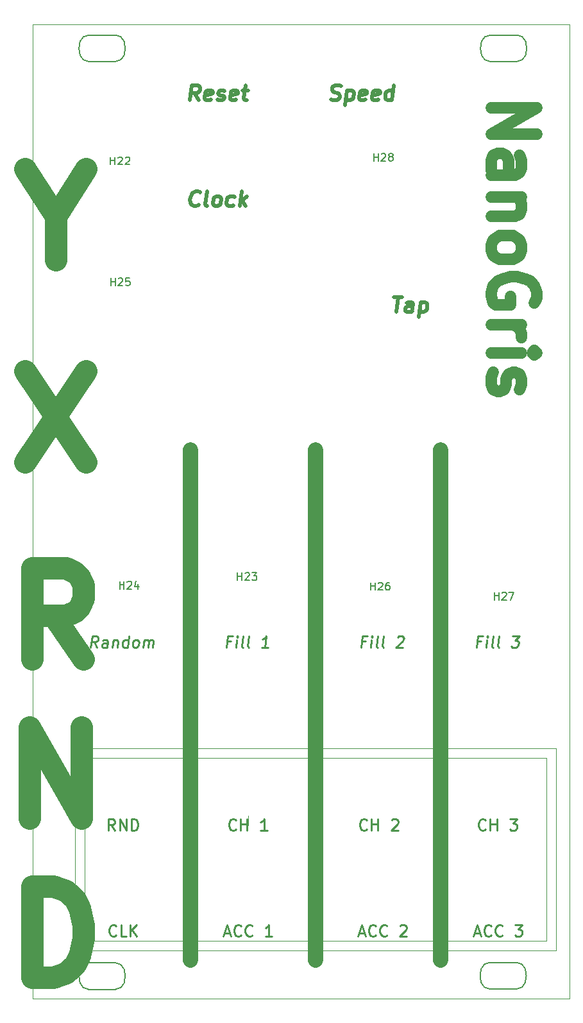
<source format=gbr>
G04 #@! TF.GenerationSoftware,KiCad,Pcbnew,(5.1.6)-1*
G04 #@! TF.CreationDate,2021-08-06T14:06:35+02:00*
G04 #@! TF.ProjectId,Panel Clean,50616e65-6c20-4436-9c65-616e2e6b6963,rev?*
G04 #@! TF.SameCoordinates,Original*
G04 #@! TF.FileFunction,Legend,Top*
G04 #@! TF.FilePolarity,Positive*
%FSLAX46Y46*%
G04 Gerber Fmt 4.6, Leading zero omitted, Abs format (unit mm)*
G04 Created by KiCad (PCBNEW (5.1.6)-1) date 2021-08-06 14:06:35*
%MOMM*%
%LPD*%
G01*
G04 APERTURE LIST*
G04 #@! TA.AperFunction,Profile*
%ADD10C,0.200000*%
G04 #@! TD*
%ADD11C,3.000000*%
%ADD12C,0.500000*%
%ADD13C,1.500000*%
%ADD14C,0.120000*%
%ADD15C,2.000000*%
%ADD16C,0.250000*%
G04 #@! TA.AperFunction,Profile*
%ADD17C,0.050000*%
G04 #@! TD*
%ADD18C,0.150000*%
G04 APERTURE END LIST*
D10*
X243664396Y-27960800D02*
G75*
G02*
X242518396Y-28803800I-1145666J357000D01*
G01*
X237840405Y-26146801D02*
G75*
G02*
X238986403Y-25303801I1145665J-356999D01*
G01*
X242518396Y-25303800D02*
G75*
G02*
X243664396Y-26146800I334J-1200000D01*
G01*
X238986400Y-28803800D02*
X242518399Y-28803800D01*
X237840402Y-27960799D02*
G75*
G02*
X237840402Y-26146801I2911998J906999D01*
G01*
X238986405Y-28803801D02*
G75*
G02*
X237840403Y-27960801I-335J1200001D01*
G01*
X242518399Y-25303800D02*
X238986400Y-25303800D01*
X243664398Y-26146802D02*
G75*
G02*
X243664397Y-27960800I-2911998J-906998D01*
G01*
X243613596Y-150310000D02*
G75*
G02*
X242467596Y-151153000I-1145666J357000D01*
G01*
X238935600Y-151153000D02*
X242467599Y-151153000D01*
X238935605Y-151153001D02*
G75*
G02*
X237789603Y-150310001I-335J1200001D01*
G01*
X243613598Y-148496002D02*
G75*
G02*
X243613597Y-150310000I-2911998J-906998D01*
G01*
X237789605Y-148496001D02*
G75*
G02*
X238935603Y-147653001I1145665J-356999D01*
G01*
X242467599Y-147653000D02*
X238935600Y-147653000D01*
X242467596Y-147653000D02*
G75*
G02*
X243613596Y-148496000I334J-1200000D01*
G01*
X237789602Y-150309999D02*
G75*
G02*
X237789602Y-148496001I2911998J906999D01*
G01*
D11*
X185324285Y-107618571D02*
X181324285Y-101904285D01*
X178467142Y-107618571D02*
X178467142Y-95618571D01*
X183038571Y-95618571D01*
X184181428Y-96190000D01*
X184752857Y-96761428D01*
X185324285Y-97904285D01*
X185324285Y-99618571D01*
X184752857Y-100761428D01*
X184181428Y-101332857D01*
X183038571Y-101904285D01*
X178467142Y-101904285D01*
X178181428Y-128618571D02*
X178181428Y-116618571D01*
X185038571Y-128618571D01*
X185038571Y-116618571D01*
X178467142Y-149618571D02*
X178467142Y-137618571D01*
X181324285Y-137618571D01*
X183038571Y-138190000D01*
X184181428Y-139332857D01*
X184752857Y-140475714D01*
X185324285Y-142761428D01*
X185324285Y-144475714D01*
X184752857Y-146761428D01*
X184181428Y-147904285D01*
X183038571Y-149047142D01*
X181324285Y-149618571D01*
X178467142Y-149618571D01*
D10*
X190664396Y-27960800D02*
G75*
G02*
X189518396Y-28803800I-1145666J357000D01*
G01*
X184840405Y-26146801D02*
G75*
G02*
X185986403Y-25303801I1145665J-356999D01*
G01*
X189518396Y-25303800D02*
G75*
G02*
X190664396Y-26146800I334J-1200000D01*
G01*
X185986400Y-28803800D02*
X189518399Y-28803800D01*
X190664396Y-150360800D02*
G75*
G02*
X189518396Y-151203800I-1145666J357000D01*
G01*
X185986400Y-151203800D02*
X189518399Y-151203800D01*
X185986405Y-151203801D02*
G75*
G02*
X184840403Y-150360801I-335J1200001D01*
G01*
X184840402Y-27960799D02*
G75*
G02*
X184840402Y-26146801I2911998J906999D01*
G01*
X190664398Y-148546802D02*
G75*
G02*
X190664397Y-150360800I-2911998J-906998D01*
G01*
X184840405Y-148546801D02*
G75*
G02*
X185986403Y-147703801I1145665J-356999D01*
G01*
X189518399Y-147703800D02*
X185986400Y-147703800D01*
X185986405Y-28803801D02*
G75*
G02*
X184840403Y-27960801I-335J1200001D01*
G01*
X189518396Y-147703800D02*
G75*
G02*
X190664396Y-148546800I334J-1200000D01*
G01*
X189518399Y-25303800D02*
X185986400Y-25303800D01*
X190664398Y-26146802D02*
G75*
G02*
X190664397Y-27960800I-2911998J-906998D01*
G01*
X184840402Y-150360799D02*
G75*
G02*
X184840402Y-148546801I2911998J906999D01*
G01*
D12*
X217950446Y-33829523D02*
X218224255Y-33924761D01*
X218700446Y-33924761D01*
X218902827Y-33829523D01*
X219009970Y-33734285D01*
X219129017Y-33543809D01*
X219152827Y-33353333D01*
X219081398Y-33162857D01*
X218998065Y-33067619D01*
X218819494Y-32972380D01*
X218450446Y-32877142D01*
X218271875Y-32781904D01*
X218188541Y-32686666D01*
X218117113Y-32496190D01*
X218140922Y-32305714D01*
X218259970Y-32115238D01*
X218367113Y-32020000D01*
X218569494Y-31924761D01*
X219045684Y-31924761D01*
X219319494Y-32020000D01*
X220105208Y-32591428D02*
X219855208Y-34591428D01*
X220093303Y-32686666D02*
X220295684Y-32591428D01*
X220676636Y-32591428D01*
X220855208Y-32686666D01*
X220938541Y-32781904D01*
X221009970Y-32972380D01*
X220938541Y-33543809D01*
X220819494Y-33734285D01*
X220712351Y-33829523D01*
X220509970Y-33924761D01*
X220129017Y-33924761D01*
X219950446Y-33829523D01*
X222521875Y-33829523D02*
X222319494Y-33924761D01*
X221938541Y-33924761D01*
X221759970Y-33829523D01*
X221688541Y-33639047D01*
X221783779Y-32877142D01*
X221902827Y-32686666D01*
X222105208Y-32591428D01*
X222486160Y-32591428D01*
X222664732Y-32686666D01*
X222736160Y-32877142D01*
X222712351Y-33067619D01*
X221736160Y-33258095D01*
X224236160Y-33829523D02*
X224033779Y-33924761D01*
X223652827Y-33924761D01*
X223474255Y-33829523D01*
X223402827Y-33639047D01*
X223498065Y-32877142D01*
X223617113Y-32686666D01*
X223819494Y-32591428D01*
X224200446Y-32591428D01*
X224379017Y-32686666D01*
X224450446Y-32877142D01*
X224426636Y-33067619D01*
X223450446Y-33258095D01*
X226033779Y-33924761D02*
X226283779Y-31924761D01*
X226045684Y-33829523D02*
X225843303Y-33924761D01*
X225462351Y-33924761D01*
X225283779Y-33829523D01*
X225200446Y-33734285D01*
X225129017Y-33543809D01*
X225200446Y-32972380D01*
X225319494Y-32781904D01*
X225426636Y-32686666D01*
X225629017Y-32591428D01*
X226009970Y-32591428D01*
X226188541Y-32686666D01*
D13*
X239119114Y-34920971D02*
X245119114Y-34920971D01*
X239119114Y-38349542D01*
X245119114Y-38349542D01*
X239119114Y-43778114D02*
X242261971Y-43778114D01*
X242833400Y-43492400D01*
X243119114Y-42920971D01*
X243119114Y-41778114D01*
X242833400Y-41206685D01*
X239404828Y-43778114D02*
X239119114Y-43206685D01*
X239119114Y-41778114D01*
X239404828Y-41206685D01*
X239976257Y-40920971D01*
X240547685Y-40920971D01*
X241119114Y-41206685D01*
X241404828Y-41778114D01*
X241404828Y-43206685D01*
X241690542Y-43778114D01*
X243119114Y-46635257D02*
X239119114Y-46635257D01*
X242547685Y-46635257D02*
X242833400Y-46920971D01*
X243119114Y-47492400D01*
X243119114Y-48349542D01*
X242833400Y-48920971D01*
X242261971Y-49206685D01*
X239119114Y-49206685D01*
X239119114Y-52920971D02*
X239404828Y-52349542D01*
X239690542Y-52063828D01*
X240261971Y-51778114D01*
X241976257Y-51778114D01*
X242547685Y-52063828D01*
X242833400Y-52349542D01*
X243119114Y-52920971D01*
X243119114Y-53778114D01*
X242833400Y-54349542D01*
X242547685Y-54635257D01*
X241976257Y-54920971D01*
X240261971Y-54920971D01*
X239690542Y-54635257D01*
X239404828Y-54349542D01*
X239119114Y-53778114D01*
X239119114Y-52920971D01*
X244833400Y-60635257D02*
X245119114Y-60063828D01*
X245119114Y-59206685D01*
X244833400Y-58349542D01*
X244261971Y-57778114D01*
X243690542Y-57492400D01*
X242547685Y-57206685D01*
X241690542Y-57206685D01*
X240547685Y-57492400D01*
X239976257Y-57778114D01*
X239404828Y-58349542D01*
X239119114Y-59206685D01*
X239119114Y-59778114D01*
X239404828Y-60635257D01*
X239690542Y-60920971D01*
X241690542Y-60920971D01*
X241690542Y-59778114D01*
X239119114Y-63492400D02*
X243119114Y-63492400D01*
X241976257Y-63492400D02*
X242547685Y-63778114D01*
X242833400Y-64063828D01*
X243119114Y-64635257D01*
X243119114Y-65206685D01*
X239119114Y-67206685D02*
X243119114Y-67206685D01*
X245119114Y-67206685D02*
X244833400Y-66920971D01*
X244547685Y-67206685D01*
X244833400Y-67492400D01*
X245119114Y-67206685D01*
X244547685Y-67206685D01*
X239404828Y-69778114D02*
X239119114Y-70349542D01*
X239119114Y-71492400D01*
X239404828Y-72063828D01*
X239976257Y-72349542D01*
X240261971Y-72349542D01*
X240833400Y-72063828D01*
X241119114Y-71492400D01*
X241119114Y-70635257D01*
X241404828Y-70063828D01*
X241976257Y-69778114D01*
X242261971Y-69778114D01*
X242833400Y-70063828D01*
X243119114Y-70635257D01*
X243119114Y-71492400D01*
X242833400Y-72063828D01*
D12*
X226252827Y-59864761D02*
X227395684Y-59864761D01*
X226574255Y-61864761D02*
X226824255Y-59864761D01*
X228669494Y-61864761D02*
X228800446Y-60817142D01*
X228729017Y-60626666D01*
X228550446Y-60531428D01*
X228169494Y-60531428D01*
X227967113Y-60626666D01*
X228681398Y-61769523D02*
X228479017Y-61864761D01*
X228002827Y-61864761D01*
X227824255Y-61769523D01*
X227752827Y-61579047D01*
X227776636Y-61388571D01*
X227895684Y-61198095D01*
X228098065Y-61102857D01*
X228574255Y-61102857D01*
X228776636Y-61007619D01*
X229788541Y-60531428D02*
X229538541Y-62531428D01*
X229776636Y-60626666D02*
X229979017Y-60531428D01*
X230359970Y-60531428D01*
X230538541Y-60626666D01*
X230621875Y-60721904D01*
X230693303Y-60912380D01*
X230621875Y-61483809D01*
X230502827Y-61674285D01*
X230395684Y-61769523D01*
X230193303Y-61864761D01*
X229812351Y-61864761D01*
X229633779Y-61769523D01*
X200531398Y-47704285D02*
X200424255Y-47799523D01*
X200126636Y-47894761D01*
X199936160Y-47894761D01*
X199662351Y-47799523D01*
X199495684Y-47609047D01*
X199424255Y-47418571D01*
X199376636Y-47037619D01*
X199412351Y-46751904D01*
X199555208Y-46370952D01*
X199674255Y-46180476D01*
X199888541Y-45990000D01*
X200186160Y-45894761D01*
X200376636Y-45894761D01*
X200650446Y-45990000D01*
X200733779Y-46085238D01*
X201650446Y-47894761D02*
X201471875Y-47799523D01*
X201400446Y-47609047D01*
X201614732Y-45894761D01*
X202698065Y-47894761D02*
X202519494Y-47799523D01*
X202436160Y-47704285D01*
X202364732Y-47513809D01*
X202436160Y-46942380D01*
X202555208Y-46751904D01*
X202662351Y-46656666D01*
X202864732Y-46561428D01*
X203150446Y-46561428D01*
X203329017Y-46656666D01*
X203412351Y-46751904D01*
X203483779Y-46942380D01*
X203412351Y-47513809D01*
X203293303Y-47704285D01*
X203186160Y-47799523D01*
X202983779Y-47894761D01*
X202698065Y-47894761D01*
X205090922Y-47799523D02*
X204888541Y-47894761D01*
X204507589Y-47894761D01*
X204329017Y-47799523D01*
X204245684Y-47704285D01*
X204174255Y-47513809D01*
X204245684Y-46942380D01*
X204364732Y-46751904D01*
X204471875Y-46656666D01*
X204674255Y-46561428D01*
X205055208Y-46561428D01*
X205233779Y-46656666D01*
X205936160Y-47894761D02*
X206186160Y-45894761D01*
X206221875Y-47132857D02*
X206698065Y-47894761D01*
X206864732Y-46561428D02*
X206007589Y-47323333D01*
X200507589Y-33924761D02*
X199959970Y-32972380D01*
X199364732Y-33924761D02*
X199614732Y-31924761D01*
X200376636Y-31924761D01*
X200555208Y-32020000D01*
X200638541Y-32115238D01*
X200709970Y-32305714D01*
X200674255Y-32591428D01*
X200555208Y-32781904D01*
X200448065Y-32877142D01*
X200245684Y-32972380D01*
X199483779Y-32972380D01*
X202138541Y-33829523D02*
X201936160Y-33924761D01*
X201555208Y-33924761D01*
X201376636Y-33829523D01*
X201305208Y-33639047D01*
X201400446Y-32877142D01*
X201519494Y-32686666D01*
X201721875Y-32591428D01*
X202102827Y-32591428D01*
X202281398Y-32686666D01*
X202352827Y-32877142D01*
X202329017Y-33067619D01*
X201352827Y-33258095D01*
X202995684Y-33829523D02*
X203174255Y-33924761D01*
X203555208Y-33924761D01*
X203757589Y-33829523D01*
X203876636Y-33639047D01*
X203888541Y-33543809D01*
X203817113Y-33353333D01*
X203638541Y-33258095D01*
X203352827Y-33258095D01*
X203174255Y-33162857D01*
X203102827Y-32972380D01*
X203114732Y-32877142D01*
X203233779Y-32686666D01*
X203436160Y-32591428D01*
X203721875Y-32591428D01*
X203900446Y-32686666D01*
X205471875Y-33829523D02*
X205269494Y-33924761D01*
X204888541Y-33924761D01*
X204709970Y-33829523D01*
X204638541Y-33639047D01*
X204733779Y-32877142D01*
X204852827Y-32686666D01*
X205055208Y-32591428D01*
X205436160Y-32591428D01*
X205614732Y-32686666D01*
X205686160Y-32877142D01*
X205662351Y-33067619D01*
X204686160Y-33258095D01*
X206293303Y-32591428D02*
X207055208Y-32591428D01*
X206662351Y-31924761D02*
X206448065Y-33639047D01*
X206519494Y-33829523D01*
X206698065Y-33924761D01*
X206888541Y-33924761D01*
D11*
X181610000Y-49244285D02*
X181610000Y-54958571D01*
X177610000Y-42958571D02*
X181610000Y-49244285D01*
X185610000Y-42958571D01*
X177610000Y-69628571D02*
X185610000Y-81628571D01*
X185610000Y-69628571D02*
X177610000Y-81628571D01*
D14*
X246380000Y-119380000D02*
X184150000Y-119380000D01*
X184150000Y-119380000D02*
X184150000Y-146050000D01*
X184150000Y-146050000D02*
X247650000Y-146050000D01*
X247650000Y-119380000D02*
X247650000Y-146050000D01*
D15*
X232410000Y-80010000D02*
X232410000Y-147320000D01*
X215900000Y-80010000D02*
X215900000Y-147320000D01*
X199390000Y-80010000D02*
X199390000Y-147320000D01*
D16*
X237761919Y-105302857D02*
X237261919Y-105302857D01*
X237163705Y-106088571D02*
X237351205Y-104588571D01*
X238065491Y-104588571D01*
X238449419Y-106088571D02*
X238574419Y-105088571D01*
X238636919Y-104588571D02*
X238556562Y-104660000D01*
X238619062Y-104731428D01*
X238699419Y-104660000D01*
X238636919Y-104588571D01*
X238619062Y-104731428D01*
X239377991Y-106088571D02*
X239244062Y-106017142D01*
X239190491Y-105874285D01*
X239351205Y-104588571D01*
X240163705Y-106088571D02*
X240029776Y-106017142D01*
X239976205Y-105874285D01*
X240136919Y-104588571D01*
X241922633Y-104588571D02*
X242851205Y-104588571D01*
X242279776Y-105160000D01*
X242494062Y-105160000D01*
X242627991Y-105231428D01*
X242690491Y-105302857D01*
X242744062Y-105445714D01*
X242699419Y-105802857D01*
X242610133Y-105945714D01*
X242529776Y-106017142D01*
X242377991Y-106088571D01*
X241949419Y-106088571D01*
X241815491Y-106017142D01*
X241752991Y-105945714D01*
X222521919Y-105302857D02*
X222021919Y-105302857D01*
X221923705Y-106088571D02*
X222111205Y-104588571D01*
X222825491Y-104588571D01*
X223209419Y-106088571D02*
X223334419Y-105088571D01*
X223396919Y-104588571D02*
X223316562Y-104660000D01*
X223379062Y-104731428D01*
X223459419Y-104660000D01*
X223396919Y-104588571D01*
X223379062Y-104731428D01*
X224137991Y-106088571D02*
X224004062Y-106017142D01*
X223950491Y-105874285D01*
X224111205Y-104588571D01*
X224923705Y-106088571D02*
X224789776Y-106017142D01*
X224736205Y-105874285D01*
X224896919Y-104588571D01*
X226736205Y-104731428D02*
X226816562Y-104660000D01*
X226968348Y-104588571D01*
X227325491Y-104588571D01*
X227459419Y-104660000D01*
X227521919Y-104731428D01*
X227575491Y-104874285D01*
X227557633Y-105017142D01*
X227459419Y-105231428D01*
X226495133Y-106088571D01*
X227423705Y-106088571D01*
X204741919Y-105302857D02*
X204241919Y-105302857D01*
X204143705Y-106088571D02*
X204331205Y-104588571D01*
X205045491Y-104588571D01*
X205429419Y-106088571D02*
X205554419Y-105088571D01*
X205616919Y-104588571D02*
X205536562Y-104660000D01*
X205599062Y-104731428D01*
X205679419Y-104660000D01*
X205616919Y-104588571D01*
X205599062Y-104731428D01*
X206357991Y-106088571D02*
X206224062Y-106017142D01*
X206170491Y-105874285D01*
X206331205Y-104588571D01*
X207143705Y-106088571D02*
X207009776Y-106017142D01*
X206956205Y-105874285D01*
X207116919Y-104588571D01*
X209643705Y-106088571D02*
X208786562Y-106088571D01*
X209215133Y-106088571D02*
X209402633Y-104588571D01*
X209232991Y-104802857D01*
X209072276Y-104945714D01*
X208920491Y-105017142D01*
X187097991Y-106088571D02*
X186687276Y-105374285D01*
X186240848Y-106088571D02*
X186428348Y-104588571D01*
X186999776Y-104588571D01*
X187133705Y-104660000D01*
X187196205Y-104731428D01*
X187249776Y-104874285D01*
X187222991Y-105088571D01*
X187133705Y-105231428D01*
X187053348Y-105302857D01*
X186901562Y-105374285D01*
X186330133Y-105374285D01*
X188383705Y-106088571D02*
X188481919Y-105302857D01*
X188428348Y-105160000D01*
X188294419Y-105088571D01*
X188008705Y-105088571D01*
X187856919Y-105160000D01*
X188392633Y-106017142D02*
X188240848Y-106088571D01*
X187883705Y-106088571D01*
X187749776Y-106017142D01*
X187696205Y-105874285D01*
X187714062Y-105731428D01*
X187803348Y-105588571D01*
X187955133Y-105517142D01*
X188312276Y-105517142D01*
X188464062Y-105445714D01*
X189222991Y-105088571D02*
X189097991Y-106088571D01*
X189205133Y-105231428D02*
X189285491Y-105160000D01*
X189437276Y-105088571D01*
X189651562Y-105088571D01*
X189785491Y-105160000D01*
X189839062Y-105302857D01*
X189740848Y-106088571D01*
X191097991Y-106088571D02*
X191285491Y-104588571D01*
X191106919Y-106017142D02*
X190955133Y-106088571D01*
X190669419Y-106088571D01*
X190535491Y-106017142D01*
X190472991Y-105945714D01*
X190419419Y-105802857D01*
X190472991Y-105374285D01*
X190562276Y-105231428D01*
X190642633Y-105160000D01*
X190794419Y-105088571D01*
X191080133Y-105088571D01*
X191214062Y-105160000D01*
X192026562Y-106088571D02*
X191892633Y-106017142D01*
X191830133Y-105945714D01*
X191776562Y-105802857D01*
X191830133Y-105374285D01*
X191919419Y-105231428D01*
X191999776Y-105160000D01*
X192151562Y-105088571D01*
X192365848Y-105088571D01*
X192499776Y-105160000D01*
X192562276Y-105231428D01*
X192615848Y-105374285D01*
X192562276Y-105802857D01*
X192472991Y-105945714D01*
X192392633Y-106017142D01*
X192240848Y-106088571D01*
X192026562Y-106088571D01*
X193169419Y-106088571D02*
X193294419Y-105088571D01*
X193276562Y-105231428D02*
X193356919Y-105160000D01*
X193508705Y-105088571D01*
X193722991Y-105088571D01*
X193856919Y-105160000D01*
X193910491Y-105302857D01*
X193812276Y-106088571D01*
X193910491Y-105302857D02*
X193999776Y-105160000D01*
X194151562Y-105088571D01*
X194365848Y-105088571D01*
X194499776Y-105160000D01*
X194553348Y-105302857D01*
X194455133Y-106088571D01*
X189607142Y-144045714D02*
X189535714Y-144117142D01*
X189321428Y-144188571D01*
X189178571Y-144188571D01*
X188964285Y-144117142D01*
X188821428Y-143974285D01*
X188750000Y-143831428D01*
X188678571Y-143545714D01*
X188678571Y-143331428D01*
X188750000Y-143045714D01*
X188821428Y-142902857D01*
X188964285Y-142760000D01*
X189178571Y-142688571D01*
X189321428Y-142688571D01*
X189535714Y-142760000D01*
X189607142Y-142831428D01*
X190964285Y-144188571D02*
X190250000Y-144188571D01*
X190250000Y-142688571D01*
X191464285Y-144188571D02*
X191464285Y-142688571D01*
X192321428Y-144188571D02*
X191678571Y-143331428D01*
X192321428Y-142688571D02*
X191464285Y-143545714D01*
X189428571Y-130218571D02*
X188928571Y-129504285D01*
X188571428Y-130218571D02*
X188571428Y-128718571D01*
X189142857Y-128718571D01*
X189285714Y-128790000D01*
X189357142Y-128861428D01*
X189428571Y-129004285D01*
X189428571Y-129218571D01*
X189357142Y-129361428D01*
X189285714Y-129432857D01*
X189142857Y-129504285D01*
X188571428Y-129504285D01*
X190071428Y-130218571D02*
X190071428Y-128718571D01*
X190928571Y-130218571D01*
X190928571Y-128718571D01*
X191642857Y-130218571D02*
X191642857Y-128718571D01*
X192000000Y-128718571D01*
X192214285Y-128790000D01*
X192357142Y-128932857D01*
X192428571Y-129075714D01*
X192500000Y-129361428D01*
X192500000Y-129575714D01*
X192428571Y-129861428D01*
X192357142Y-130004285D01*
X192214285Y-130147142D01*
X192000000Y-130218571D01*
X191642857Y-130218571D01*
D14*
X207010000Y-128270000D02*
X207010000Y-129540000D01*
X246380000Y-144780000D02*
X246380000Y-120650000D01*
X185420000Y-144780000D02*
X246380000Y-144780000D01*
X185420000Y-120650000D02*
X185420000Y-144780000D01*
X246380000Y-120650000D02*
X185420000Y-120650000D01*
D16*
X236887142Y-143760000D02*
X237601428Y-143760000D01*
X236744285Y-144188571D02*
X237244285Y-142688571D01*
X237744285Y-144188571D01*
X239101428Y-144045714D02*
X239030000Y-144117142D01*
X238815714Y-144188571D01*
X238672857Y-144188571D01*
X238458571Y-144117142D01*
X238315714Y-143974285D01*
X238244285Y-143831428D01*
X238172857Y-143545714D01*
X238172857Y-143331428D01*
X238244285Y-143045714D01*
X238315714Y-142902857D01*
X238458571Y-142760000D01*
X238672857Y-142688571D01*
X238815714Y-142688571D01*
X239030000Y-142760000D01*
X239101428Y-142831428D01*
X240601428Y-144045714D02*
X240530000Y-144117142D01*
X240315714Y-144188571D01*
X240172857Y-144188571D01*
X239958571Y-144117142D01*
X239815714Y-143974285D01*
X239744285Y-143831428D01*
X239672857Y-143545714D01*
X239672857Y-143331428D01*
X239744285Y-143045714D01*
X239815714Y-142902857D01*
X239958571Y-142760000D01*
X240172857Y-142688571D01*
X240315714Y-142688571D01*
X240530000Y-142760000D01*
X240601428Y-142831428D01*
X242244285Y-142688571D02*
X243172857Y-142688571D01*
X242672857Y-143260000D01*
X242887142Y-143260000D01*
X243030000Y-143331428D01*
X243101428Y-143402857D01*
X243172857Y-143545714D01*
X243172857Y-143902857D01*
X243101428Y-144045714D01*
X243030000Y-144117142D01*
X242887142Y-144188571D01*
X242458571Y-144188571D01*
X242315714Y-144117142D01*
X242244285Y-144045714D01*
X221647142Y-143760000D02*
X222361428Y-143760000D01*
X221504285Y-144188571D02*
X222004285Y-142688571D01*
X222504285Y-144188571D01*
X223861428Y-144045714D02*
X223790000Y-144117142D01*
X223575714Y-144188571D01*
X223432857Y-144188571D01*
X223218571Y-144117142D01*
X223075714Y-143974285D01*
X223004285Y-143831428D01*
X222932857Y-143545714D01*
X222932857Y-143331428D01*
X223004285Y-143045714D01*
X223075714Y-142902857D01*
X223218571Y-142760000D01*
X223432857Y-142688571D01*
X223575714Y-142688571D01*
X223790000Y-142760000D01*
X223861428Y-142831428D01*
X225361428Y-144045714D02*
X225290000Y-144117142D01*
X225075714Y-144188571D01*
X224932857Y-144188571D01*
X224718571Y-144117142D01*
X224575714Y-143974285D01*
X224504285Y-143831428D01*
X224432857Y-143545714D01*
X224432857Y-143331428D01*
X224504285Y-143045714D01*
X224575714Y-142902857D01*
X224718571Y-142760000D01*
X224932857Y-142688571D01*
X225075714Y-142688571D01*
X225290000Y-142760000D01*
X225361428Y-142831428D01*
X227075714Y-142831428D02*
X227147142Y-142760000D01*
X227290000Y-142688571D01*
X227647142Y-142688571D01*
X227790000Y-142760000D01*
X227861428Y-142831428D01*
X227932857Y-142974285D01*
X227932857Y-143117142D01*
X227861428Y-143331428D01*
X227004285Y-144188571D01*
X227932857Y-144188571D01*
X203867142Y-143760000D02*
X204581428Y-143760000D01*
X203724285Y-144188571D02*
X204224285Y-142688571D01*
X204724285Y-144188571D01*
X206081428Y-144045714D02*
X206010000Y-144117142D01*
X205795714Y-144188571D01*
X205652857Y-144188571D01*
X205438571Y-144117142D01*
X205295714Y-143974285D01*
X205224285Y-143831428D01*
X205152857Y-143545714D01*
X205152857Y-143331428D01*
X205224285Y-143045714D01*
X205295714Y-142902857D01*
X205438571Y-142760000D01*
X205652857Y-142688571D01*
X205795714Y-142688571D01*
X206010000Y-142760000D01*
X206081428Y-142831428D01*
X207581428Y-144045714D02*
X207510000Y-144117142D01*
X207295714Y-144188571D01*
X207152857Y-144188571D01*
X206938571Y-144117142D01*
X206795714Y-143974285D01*
X206724285Y-143831428D01*
X206652857Y-143545714D01*
X206652857Y-143331428D01*
X206724285Y-143045714D01*
X206795714Y-142902857D01*
X206938571Y-142760000D01*
X207152857Y-142688571D01*
X207295714Y-142688571D01*
X207510000Y-142760000D01*
X207581428Y-142831428D01*
X210152857Y-144188571D02*
X209295714Y-144188571D01*
X209724285Y-144188571D02*
X209724285Y-142688571D01*
X209581428Y-142902857D01*
X209438571Y-143045714D01*
X209295714Y-143117142D01*
D14*
X247650000Y-119380000D02*
X246380000Y-119380000D01*
D16*
X238351428Y-130075714D02*
X238280000Y-130147142D01*
X238065714Y-130218571D01*
X237922857Y-130218571D01*
X237708571Y-130147142D01*
X237565714Y-130004285D01*
X237494285Y-129861428D01*
X237422857Y-129575714D01*
X237422857Y-129361428D01*
X237494285Y-129075714D01*
X237565714Y-128932857D01*
X237708571Y-128790000D01*
X237922857Y-128718571D01*
X238065714Y-128718571D01*
X238280000Y-128790000D01*
X238351428Y-128861428D01*
X238994285Y-130218571D02*
X238994285Y-128718571D01*
X238994285Y-129432857D02*
X239851428Y-129432857D01*
X239851428Y-130218571D02*
X239851428Y-128718571D01*
X241565714Y-128718571D02*
X242494285Y-128718571D01*
X241994285Y-129290000D01*
X242208571Y-129290000D01*
X242351428Y-129361428D01*
X242422857Y-129432857D01*
X242494285Y-129575714D01*
X242494285Y-129932857D01*
X242422857Y-130075714D01*
X242351428Y-130147142D01*
X242208571Y-130218571D01*
X241780000Y-130218571D01*
X241637142Y-130147142D01*
X241565714Y-130075714D01*
X222682857Y-130075714D02*
X222611428Y-130147142D01*
X222397142Y-130218571D01*
X222254285Y-130218571D01*
X222040000Y-130147142D01*
X221897142Y-130004285D01*
X221825714Y-129861428D01*
X221754285Y-129575714D01*
X221754285Y-129361428D01*
X221825714Y-129075714D01*
X221897142Y-128932857D01*
X222040000Y-128790000D01*
X222254285Y-128718571D01*
X222397142Y-128718571D01*
X222611428Y-128790000D01*
X222682857Y-128861428D01*
X223325714Y-130218571D02*
X223325714Y-128718571D01*
X223325714Y-129432857D02*
X224182857Y-129432857D01*
X224182857Y-130218571D02*
X224182857Y-128718571D01*
X225968571Y-128861428D02*
X226040000Y-128790000D01*
X226182857Y-128718571D01*
X226540000Y-128718571D01*
X226682857Y-128790000D01*
X226754285Y-128861428D01*
X226825714Y-129004285D01*
X226825714Y-129147142D01*
X226754285Y-129361428D01*
X225897142Y-130218571D01*
X226825714Y-130218571D01*
X205402857Y-130075714D02*
X205331428Y-130147142D01*
X205117142Y-130218571D01*
X204974285Y-130218571D01*
X204760000Y-130147142D01*
X204617142Y-130004285D01*
X204545714Y-129861428D01*
X204474285Y-129575714D01*
X204474285Y-129361428D01*
X204545714Y-129075714D01*
X204617142Y-128932857D01*
X204760000Y-128790000D01*
X204974285Y-128718571D01*
X205117142Y-128718571D01*
X205331428Y-128790000D01*
X205402857Y-128861428D01*
X206045714Y-130218571D02*
X206045714Y-128718571D01*
X206045714Y-129432857D02*
X206902857Y-129432857D01*
X206902857Y-130218571D02*
X206902857Y-128718571D01*
X209545714Y-130218571D02*
X208688571Y-130218571D01*
X209117142Y-130218571D02*
X209117142Y-128718571D01*
X208974285Y-128932857D01*
X208831428Y-129075714D01*
X208688571Y-129147142D01*
D17*
X178570000Y-23910000D02*
X249420000Y-23910000D01*
X178570000Y-152400000D02*
X178570000Y-23910000D01*
X178570000Y-152400000D02*
X249420000Y-152400000D01*
X249420000Y-152400000D02*
X249420000Y-23910000D01*
D18*
X223628104Y-41930580D02*
X223628104Y-40930580D01*
X223628104Y-41406771D02*
X224199533Y-41406771D01*
X224199533Y-41930580D02*
X224199533Y-40930580D01*
X224628104Y-41025819D02*
X224675723Y-40978200D01*
X224770961Y-40930580D01*
X225009057Y-40930580D01*
X225104295Y-40978200D01*
X225151914Y-41025819D01*
X225199533Y-41121057D01*
X225199533Y-41216295D01*
X225151914Y-41359152D01*
X224580485Y-41930580D01*
X225199533Y-41930580D01*
X225770961Y-41359152D02*
X225675723Y-41311533D01*
X225628104Y-41263914D01*
X225580485Y-41168676D01*
X225580485Y-41121057D01*
X225628104Y-41025819D01*
X225675723Y-40978200D01*
X225770961Y-40930580D01*
X225961438Y-40930580D01*
X226056676Y-40978200D01*
X226104295Y-41025819D01*
X226151914Y-41121057D01*
X226151914Y-41168676D01*
X226104295Y-41263914D01*
X226056676Y-41311533D01*
X225961438Y-41359152D01*
X225770961Y-41359152D01*
X225675723Y-41406771D01*
X225628104Y-41454390D01*
X225580485Y-41549628D01*
X225580485Y-41740104D01*
X225628104Y-41835342D01*
X225675723Y-41882961D01*
X225770961Y-41930580D01*
X225961438Y-41930580D01*
X226056676Y-41882961D01*
X226104295Y-41835342D01*
X226151914Y-41740104D01*
X226151914Y-41549628D01*
X226104295Y-41454390D01*
X226056676Y-41406771D01*
X225961438Y-41359152D01*
X239553904Y-99817180D02*
X239553904Y-98817180D01*
X239553904Y-99293371D02*
X240125333Y-99293371D01*
X240125333Y-99817180D02*
X240125333Y-98817180D01*
X240553904Y-98912419D02*
X240601523Y-98864800D01*
X240696761Y-98817180D01*
X240934857Y-98817180D01*
X241030095Y-98864800D01*
X241077714Y-98912419D01*
X241125333Y-99007657D01*
X241125333Y-99102895D01*
X241077714Y-99245752D01*
X240506285Y-99817180D01*
X241125333Y-99817180D01*
X241458666Y-98817180D02*
X242125333Y-98817180D01*
X241696761Y-99817180D01*
X223221704Y-98521780D02*
X223221704Y-97521780D01*
X223221704Y-97997971D02*
X223793133Y-97997971D01*
X223793133Y-98521780D02*
X223793133Y-97521780D01*
X224221704Y-97617019D02*
X224269323Y-97569400D01*
X224364561Y-97521780D01*
X224602657Y-97521780D01*
X224697895Y-97569400D01*
X224745514Y-97617019D01*
X224793133Y-97712257D01*
X224793133Y-97807495D01*
X224745514Y-97950352D01*
X224174085Y-98521780D01*
X224793133Y-98521780D01*
X225650276Y-97521780D02*
X225459800Y-97521780D01*
X225364561Y-97569400D01*
X225316942Y-97617019D01*
X225221704Y-97759876D01*
X225174085Y-97950352D01*
X225174085Y-98331304D01*
X225221704Y-98426542D01*
X225269323Y-98474161D01*
X225364561Y-98521780D01*
X225555038Y-98521780D01*
X225650276Y-98474161D01*
X225697895Y-98426542D01*
X225745514Y-98331304D01*
X225745514Y-98093209D01*
X225697895Y-97997971D01*
X225650276Y-97950352D01*
X225555038Y-97902733D01*
X225364561Y-97902733D01*
X225269323Y-97950352D01*
X225221704Y-97997971D01*
X225174085Y-98093209D01*
X188911904Y-58362380D02*
X188911904Y-57362380D01*
X188911904Y-57838571D02*
X189483333Y-57838571D01*
X189483333Y-58362380D02*
X189483333Y-57362380D01*
X189911904Y-57457619D02*
X189959523Y-57410000D01*
X190054761Y-57362380D01*
X190292857Y-57362380D01*
X190388095Y-57410000D01*
X190435714Y-57457619D01*
X190483333Y-57552857D01*
X190483333Y-57648095D01*
X190435714Y-57790952D01*
X189864285Y-58362380D01*
X190483333Y-58362380D01*
X191388095Y-57362380D02*
X190911904Y-57362380D01*
X190864285Y-57838571D01*
X190911904Y-57790952D01*
X191007142Y-57743333D01*
X191245238Y-57743333D01*
X191340476Y-57790952D01*
X191388095Y-57838571D01*
X191435714Y-57933809D01*
X191435714Y-58171904D01*
X191388095Y-58267142D01*
X191340476Y-58314761D01*
X191245238Y-58362380D01*
X191007142Y-58362380D01*
X190911904Y-58314761D01*
X190864285Y-58267142D01*
X190074704Y-98369380D02*
X190074704Y-97369380D01*
X190074704Y-97845571D02*
X190646133Y-97845571D01*
X190646133Y-98369380D02*
X190646133Y-97369380D01*
X191074704Y-97464619D02*
X191122323Y-97417000D01*
X191217561Y-97369380D01*
X191455657Y-97369380D01*
X191550895Y-97417000D01*
X191598514Y-97464619D01*
X191646133Y-97559857D01*
X191646133Y-97655095D01*
X191598514Y-97797952D01*
X191027085Y-98369380D01*
X191646133Y-98369380D01*
X192503276Y-97702714D02*
X192503276Y-98369380D01*
X192265180Y-97321761D02*
X192027085Y-98036047D01*
X192646133Y-98036047D01*
X205644904Y-97226380D02*
X205644904Y-96226380D01*
X205644904Y-96702571D02*
X206216333Y-96702571D01*
X206216333Y-97226380D02*
X206216333Y-96226380D01*
X206644904Y-96321619D02*
X206692523Y-96274000D01*
X206787761Y-96226380D01*
X207025857Y-96226380D01*
X207121095Y-96274000D01*
X207168714Y-96321619D01*
X207216333Y-96416857D01*
X207216333Y-96512095D01*
X207168714Y-96654952D01*
X206597285Y-97226380D01*
X207216333Y-97226380D01*
X207549666Y-96226380D02*
X208168714Y-96226380D01*
X207835380Y-96607333D01*
X207978238Y-96607333D01*
X208073476Y-96654952D01*
X208121095Y-96702571D01*
X208168714Y-96797809D01*
X208168714Y-97035904D01*
X208121095Y-97131142D01*
X208073476Y-97178761D01*
X207978238Y-97226380D01*
X207692523Y-97226380D01*
X207597285Y-97178761D01*
X207549666Y-97131142D01*
X188880904Y-42387780D02*
X188880904Y-41387780D01*
X188880904Y-41863971D02*
X189452333Y-41863971D01*
X189452333Y-42387780D02*
X189452333Y-41387780D01*
X189880904Y-41483019D02*
X189928523Y-41435400D01*
X190023761Y-41387780D01*
X190261857Y-41387780D01*
X190357095Y-41435400D01*
X190404714Y-41483019D01*
X190452333Y-41578257D01*
X190452333Y-41673495D01*
X190404714Y-41816352D01*
X189833285Y-42387780D01*
X190452333Y-42387780D01*
X190833285Y-41483019D02*
X190880904Y-41435400D01*
X190976142Y-41387780D01*
X191214238Y-41387780D01*
X191309476Y-41435400D01*
X191357095Y-41483019D01*
X191404714Y-41578257D01*
X191404714Y-41673495D01*
X191357095Y-41816352D01*
X190785666Y-42387780D01*
X191404714Y-42387780D01*
M02*

</source>
